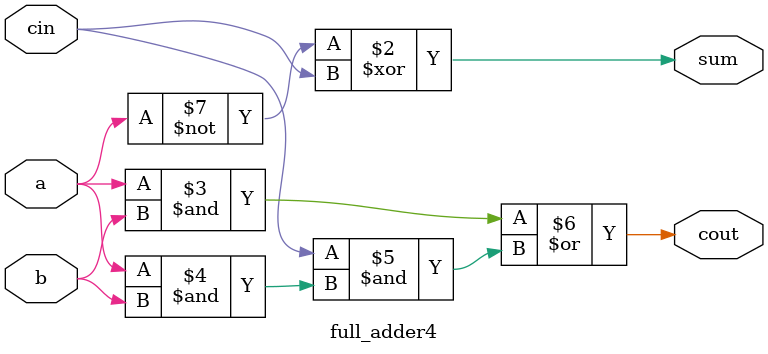
<source format=v>
module full_adder4(a,b,cin,sum,cout);
input a,b,cin;
output sum,cout;
assign sum = a^1'b1^cin;
assign cout = a&b|cin&(a&b); 
// initial begin
//     $display("The incorrect adder with xor0 having in2/1");
// end   
endmodule
</source>
